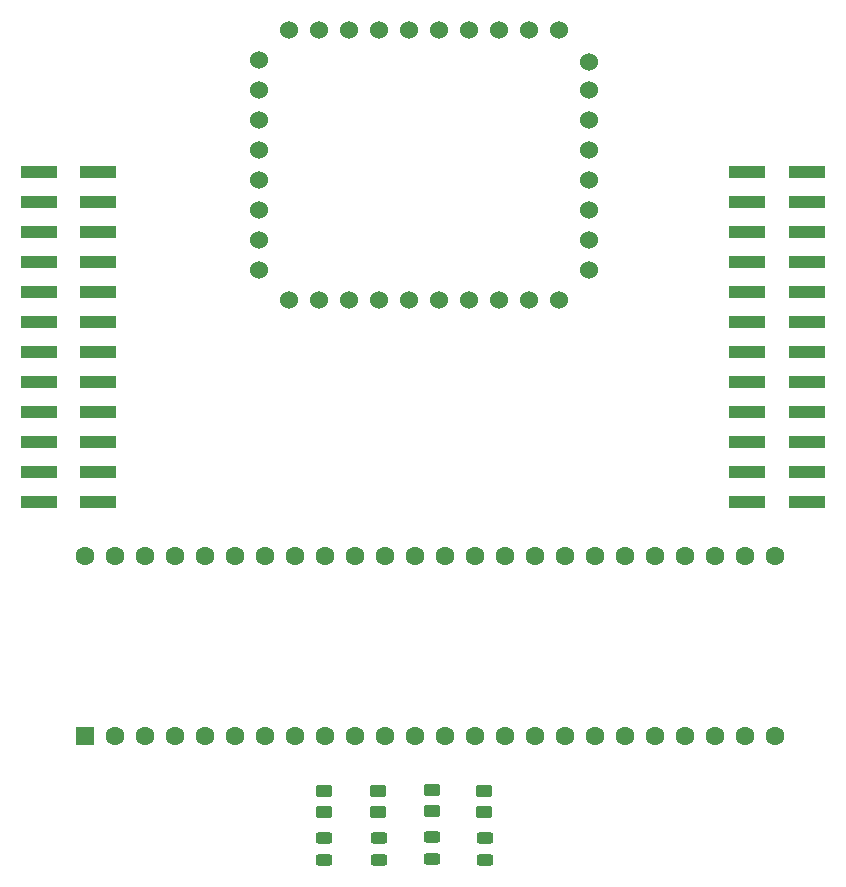
<source format=gbr>
%TF.GenerationSoftware,KiCad,Pcbnew,6.0.1*%
%TF.CreationDate,2022-02-08T14:36:59-06:00*%
%TF.ProjectId,FCB,4643422e-6b69-4636-9164-5f7063625858,rev?*%
%TF.SameCoordinates,Original*%
%TF.FileFunction,Soldermask,Top*%
%TF.FilePolarity,Negative*%
%FSLAX46Y46*%
G04 Gerber Fmt 4.6, Leading zero omitted, Abs format (unit mm)*
G04 Created by KiCad (PCBNEW 6.0.1) date 2022-02-08 14:36:59*
%MOMM*%
%LPD*%
G01*
G04 APERTURE LIST*
G04 Aperture macros list*
%AMRoundRect*
0 Rectangle with rounded corners*
0 $1 Rounding radius*
0 $2 $3 $4 $5 $6 $7 $8 $9 X,Y pos of 4 corners*
0 Add a 4 corners polygon primitive as box body*
4,1,4,$2,$3,$4,$5,$6,$7,$8,$9,$2,$3,0*
0 Add four circle primitives for the rounded corners*
1,1,$1+$1,$2,$3*
1,1,$1+$1,$4,$5*
1,1,$1+$1,$6,$7*
1,1,$1+$1,$8,$9*
0 Add four rect primitives between the rounded corners*
20,1,$1+$1,$2,$3,$4,$5,0*
20,1,$1+$1,$4,$5,$6,$7,0*
20,1,$1+$1,$6,$7,$8,$9,0*
20,1,$1+$1,$8,$9,$2,$3,0*%
G04 Aperture macros list end*
%ADD10RoundRect,0.243750X0.456250X-0.243750X0.456250X0.243750X-0.456250X0.243750X-0.456250X-0.243750X0*%
%ADD11C,1.524000*%
%ADD12R,3.150000X1.000000*%
%ADD13RoundRect,0.250000X-0.450000X0.262500X-0.450000X-0.262500X0.450000X-0.262500X0.450000X0.262500X0*%
%ADD14R,1.600000X1.600000*%
%ADD15C,1.600000*%
G04 APERTURE END LIST*
D10*
%TO.C,D4*%
X5245000Y-37287500D03*
X5245000Y-35412500D03*
%TD*%
D11*
%TO.C,U1*%
X-11300000Y10100000D03*
X-8760000Y10100000D03*
X-6236998Y10100112D03*
X-3691332Y10100112D03*
X-1145666Y10100112D03*
X1400000Y10100112D03*
X3905890Y10100112D03*
X6451556Y10100112D03*
X9020000Y10100000D03*
X11560000Y10100000D03*
X14088555Y12645779D03*
X14100000Y15180000D03*
X14088555Y17737111D03*
X14088555Y20282778D03*
X14088555Y22828444D03*
X14088555Y25374110D03*
X14088555Y27880000D03*
X14088555Y30266562D03*
X11542889Y32971332D03*
X8997222Y32971332D03*
X6451556Y32971332D03*
X3905890Y32971332D03*
X1400000Y32971332D03*
X-1145666Y32971332D03*
X-3691332Y32971332D03*
X-6236998Y32971332D03*
X-8760000Y32960000D03*
X-11300000Y32960000D03*
X-13913773Y30425666D03*
X-13873997Y27880000D03*
X-13873997Y25340000D03*
X-13873997Y22800000D03*
X-13840000Y20260000D03*
X-13873997Y17737111D03*
X-13873997Y15191445D03*
X-13873997Y12645779D03*
%TD*%
D10*
%TO.C,D2*%
X-3755000Y-37287500D03*
X-3755000Y-35412500D03*
%TD*%
D12*
%TO.C,J1*%
X32525000Y-6970000D03*
X27475000Y-6970000D03*
X32525000Y-4430000D03*
X27475000Y-4430000D03*
X32525000Y-1890000D03*
X27475000Y-1890000D03*
X32525000Y650000D03*
X27475000Y650000D03*
X32525000Y3190000D03*
X27475000Y3190000D03*
X32525000Y5730000D03*
X27475000Y5730000D03*
X32525000Y8270000D03*
X27475000Y8270000D03*
X32525000Y10810000D03*
X27475000Y10810000D03*
X32525000Y13350000D03*
X27475000Y13350000D03*
X32525000Y15890000D03*
X27475000Y15890000D03*
X32525000Y18430000D03*
X27475000Y18430000D03*
X32525000Y20970000D03*
X27475000Y20970000D03*
%TD*%
D13*
%TO.C,R2*%
X-3800000Y-31400000D03*
X-3800000Y-33225000D03*
%TD*%
D14*
%TO.C,U2*%
X-28575000Y-26820000D03*
D15*
X-26035000Y-26820000D03*
X-23495000Y-26820000D03*
X-20955000Y-26820000D03*
X-18415000Y-26820000D03*
X-15875000Y-26820000D03*
X-13335000Y-26820000D03*
X-10795000Y-26820000D03*
X-8255000Y-26820000D03*
X-5715000Y-26820000D03*
X-3175000Y-26820000D03*
X-635000Y-26820000D03*
X1905000Y-26820000D03*
X4445000Y-26820000D03*
X6985000Y-26820000D03*
X9525000Y-26820000D03*
X12065000Y-26820000D03*
X14605000Y-26820000D03*
X17145000Y-26820000D03*
X19685000Y-26820000D03*
X22225000Y-26820000D03*
X24765000Y-26820000D03*
X27305000Y-26820000D03*
X29845000Y-26820000D03*
X29845000Y-11580000D03*
X27305000Y-11580000D03*
X24765000Y-11580000D03*
X22225000Y-11580000D03*
X19685000Y-11580000D03*
X17145000Y-11580000D03*
X14605000Y-11580000D03*
X12065000Y-11580000D03*
X9525000Y-11580000D03*
X6985000Y-11580000D03*
X4445000Y-11580000D03*
X1905000Y-11580000D03*
X-635000Y-11580000D03*
X-3175000Y-11580000D03*
X-5715000Y-11580000D03*
X-8255000Y-11580000D03*
X-10795000Y-11580000D03*
X-13335000Y-11580000D03*
X-15875000Y-11580000D03*
X-18415000Y-11580000D03*
X-20955000Y-11580000D03*
X-23495000Y-11580000D03*
X-26035000Y-11580000D03*
X-28575000Y-11580000D03*
%TD*%
D13*
%TO.C,R1*%
X-8400000Y-31400000D03*
X-8400000Y-33225000D03*
%TD*%
%TO.C,R4*%
X5200000Y-31400000D03*
X5200000Y-33225000D03*
%TD*%
%TO.C,R3*%
X740000Y-31340000D03*
X740000Y-33165000D03*
%TD*%
D10*
%TO.C,D1*%
X-8355000Y-37265000D03*
X-8355000Y-35390000D03*
%TD*%
%TO.C,D3*%
X770000Y-37227500D03*
X770000Y-35352500D03*
%TD*%
D12*
%TO.C,J3*%
X-32525000Y20970000D03*
X-27475000Y20970000D03*
X-32525000Y18430000D03*
X-27475000Y18430000D03*
X-32525000Y15890000D03*
X-27475000Y15890000D03*
X-32525000Y13350000D03*
X-27475000Y13350000D03*
X-32525000Y10810000D03*
X-27475000Y10810000D03*
X-32525000Y8270000D03*
X-27475000Y8270000D03*
X-32525000Y5730000D03*
X-27475000Y5730000D03*
X-32525000Y3190000D03*
X-27475000Y3190000D03*
X-32525000Y650000D03*
X-27475000Y650000D03*
X-32525000Y-1890000D03*
X-27475000Y-1890000D03*
X-32525000Y-4430000D03*
X-27475000Y-4430000D03*
X-32525000Y-6970000D03*
X-27475000Y-6970000D03*
%TD*%
M02*

</source>
